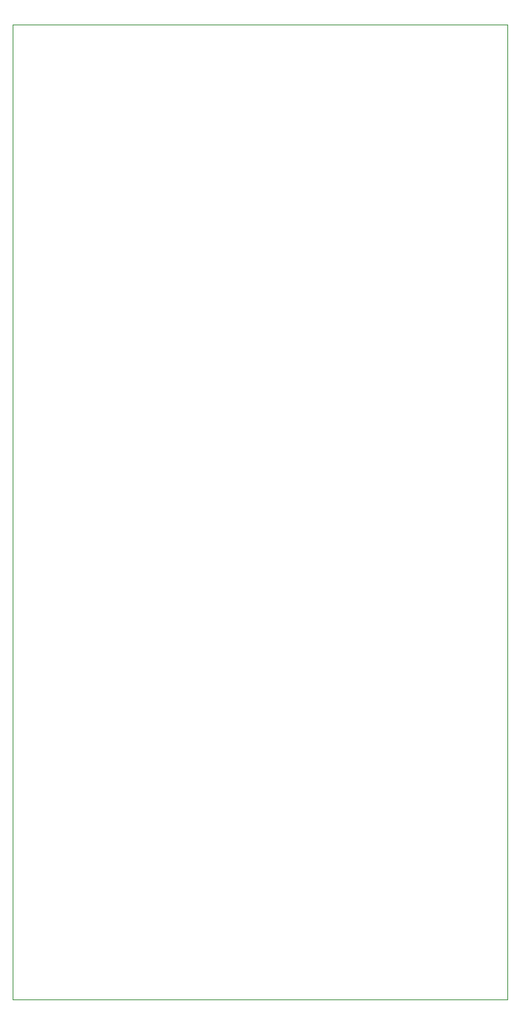
<source format=gm1>
G04 #@! TF.GenerationSoftware,KiCad,Pcbnew,7.0.1*
G04 #@! TF.CreationDate,2023-06-05T16:12:44-05:00*
G04 #@! TF.ProjectId,Pico Breakout Board,5069636f-2042-4726-9561-6b6f75742042,rev?*
G04 #@! TF.SameCoordinates,Original*
G04 #@! TF.FileFunction,Profile,NP*
%FSLAX46Y46*%
G04 Gerber Fmt 4.6, Leading zero omitted, Abs format (unit mm)*
G04 Created by KiCad (PCBNEW 7.0.1) date 2023-06-05 16:12:44*
%MOMM*%
%LPD*%
G01*
G04 APERTURE LIST*
G04 #@! TA.AperFunction,Profile*
%ADD10C,0.100000*%
G04 #@! TD*
G04 APERTURE END LIST*
D10*
X106426000Y-32766000D02*
X162687000Y-32766000D01*
X162687000Y-143637000D01*
X106426000Y-143637000D01*
X106426000Y-32766000D01*
M02*

</source>
